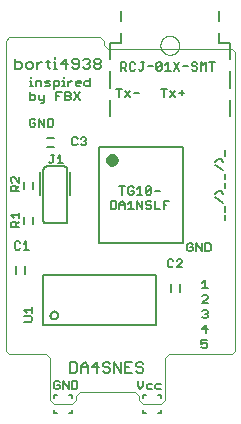
<source format=gto>
G75*
%MOIN*%
%OFA0B0*%
%FSLAX25Y25*%
%IPPOS*%
%LPD*%
%AMOC8*
5,1,8,0,0,1.08239X$1,22.5*
%
%ADD10C,0.00000*%
%ADD11C,0.00500*%
%ADD12C,0.00600*%
%ADD13C,0.00800*%
%ADD14C,0.02100*%
D10*
X0009487Y0021562D02*
X0021674Y0021562D01*
X0022924Y0020313D01*
X0022924Y0006250D01*
X0024174Y0005000D01*
X0030424Y0005000D01*
X0031674Y0006250D01*
X0031674Y0007812D01*
X0032924Y0009063D01*
X0051362Y0009063D01*
X0052612Y0007812D01*
X0052612Y0006250D01*
X0053862Y0005000D01*
X0060112Y0005000D01*
X0061362Y0006250D01*
X0061362Y0020313D01*
X0062612Y0021562D01*
X0083549Y0021562D01*
X0084799Y0022812D01*
X0084799Y0122187D01*
X0083549Y0123437D01*
X0042299Y0123437D01*
X0041049Y0124687D01*
X0041049Y0125937D01*
X0039799Y0127187D01*
X0009487Y0127187D01*
X0008237Y0125937D01*
X0008237Y0022812D01*
X0009487Y0021562D01*
X0059774Y0124560D02*
X0059776Y0124672D01*
X0059782Y0124783D01*
X0059792Y0124895D01*
X0059806Y0125006D01*
X0059823Y0125116D01*
X0059845Y0125226D01*
X0059871Y0125335D01*
X0059900Y0125443D01*
X0059933Y0125549D01*
X0059970Y0125655D01*
X0060011Y0125759D01*
X0060056Y0125862D01*
X0060104Y0125963D01*
X0060155Y0126062D01*
X0060210Y0126159D01*
X0060269Y0126254D01*
X0060330Y0126348D01*
X0060395Y0126439D01*
X0060464Y0126527D01*
X0060535Y0126613D01*
X0060609Y0126697D01*
X0060687Y0126777D01*
X0060767Y0126855D01*
X0060850Y0126931D01*
X0060935Y0127003D01*
X0061023Y0127072D01*
X0061113Y0127138D01*
X0061206Y0127200D01*
X0061301Y0127260D01*
X0061398Y0127316D01*
X0061496Y0127368D01*
X0061597Y0127417D01*
X0061699Y0127462D01*
X0061803Y0127504D01*
X0061908Y0127542D01*
X0062015Y0127576D01*
X0062122Y0127606D01*
X0062231Y0127633D01*
X0062340Y0127655D01*
X0062451Y0127674D01*
X0062561Y0127689D01*
X0062673Y0127700D01*
X0062784Y0127707D01*
X0062896Y0127710D01*
X0063008Y0127709D01*
X0063120Y0127704D01*
X0063231Y0127695D01*
X0063342Y0127682D01*
X0063453Y0127665D01*
X0063563Y0127645D01*
X0063672Y0127620D01*
X0063780Y0127592D01*
X0063887Y0127559D01*
X0063993Y0127523D01*
X0064097Y0127483D01*
X0064200Y0127440D01*
X0064302Y0127393D01*
X0064401Y0127342D01*
X0064499Y0127288D01*
X0064595Y0127230D01*
X0064689Y0127169D01*
X0064780Y0127105D01*
X0064869Y0127038D01*
X0064956Y0126967D01*
X0065040Y0126893D01*
X0065122Y0126817D01*
X0065200Y0126737D01*
X0065276Y0126655D01*
X0065349Y0126570D01*
X0065419Y0126483D01*
X0065485Y0126393D01*
X0065549Y0126301D01*
X0065609Y0126207D01*
X0065666Y0126111D01*
X0065719Y0126012D01*
X0065769Y0125912D01*
X0065815Y0125811D01*
X0065858Y0125707D01*
X0065897Y0125602D01*
X0065932Y0125496D01*
X0065963Y0125389D01*
X0065991Y0125280D01*
X0066014Y0125171D01*
X0066034Y0125061D01*
X0066050Y0124950D01*
X0066062Y0124839D01*
X0066070Y0124728D01*
X0066074Y0124616D01*
X0066074Y0124504D01*
X0066070Y0124392D01*
X0066062Y0124281D01*
X0066050Y0124170D01*
X0066034Y0124059D01*
X0066014Y0123949D01*
X0065991Y0123840D01*
X0065963Y0123731D01*
X0065932Y0123624D01*
X0065897Y0123518D01*
X0065858Y0123413D01*
X0065815Y0123309D01*
X0065769Y0123208D01*
X0065719Y0123108D01*
X0065666Y0123009D01*
X0065609Y0122913D01*
X0065549Y0122819D01*
X0065485Y0122727D01*
X0065419Y0122637D01*
X0065349Y0122550D01*
X0065276Y0122465D01*
X0065200Y0122383D01*
X0065122Y0122303D01*
X0065040Y0122227D01*
X0064956Y0122153D01*
X0064869Y0122082D01*
X0064780Y0122015D01*
X0064689Y0121951D01*
X0064595Y0121890D01*
X0064499Y0121832D01*
X0064401Y0121778D01*
X0064302Y0121727D01*
X0064200Y0121680D01*
X0064097Y0121637D01*
X0063993Y0121597D01*
X0063887Y0121561D01*
X0063780Y0121528D01*
X0063672Y0121500D01*
X0063563Y0121475D01*
X0063453Y0121455D01*
X0063342Y0121438D01*
X0063231Y0121425D01*
X0063120Y0121416D01*
X0063008Y0121411D01*
X0062896Y0121410D01*
X0062784Y0121413D01*
X0062673Y0121420D01*
X0062561Y0121431D01*
X0062451Y0121446D01*
X0062340Y0121465D01*
X0062231Y0121487D01*
X0062122Y0121514D01*
X0062015Y0121544D01*
X0061908Y0121578D01*
X0061803Y0121616D01*
X0061699Y0121658D01*
X0061597Y0121703D01*
X0061496Y0121752D01*
X0061398Y0121804D01*
X0061301Y0121860D01*
X0061206Y0121920D01*
X0061113Y0121982D01*
X0061023Y0122048D01*
X0060935Y0122117D01*
X0060850Y0122189D01*
X0060767Y0122265D01*
X0060687Y0122343D01*
X0060609Y0122423D01*
X0060535Y0122507D01*
X0060464Y0122593D01*
X0060395Y0122681D01*
X0060330Y0122772D01*
X0060269Y0122866D01*
X0060210Y0122961D01*
X0060155Y0123058D01*
X0060104Y0123157D01*
X0060056Y0123258D01*
X0060011Y0123361D01*
X0059970Y0123465D01*
X0059933Y0123571D01*
X0059900Y0123677D01*
X0059871Y0123785D01*
X0059845Y0123894D01*
X0059823Y0124004D01*
X0059806Y0124114D01*
X0059792Y0124225D01*
X0059782Y0124337D01*
X0059776Y0124448D01*
X0059774Y0124560D01*
D11*
X0059793Y0118852D02*
X0058893Y0118852D01*
X0058442Y0118402D01*
X0058442Y0116600D01*
X0060244Y0118402D01*
X0060244Y0116600D01*
X0059793Y0116150D01*
X0058893Y0116150D01*
X0058442Y0116600D01*
X0057297Y0117501D02*
X0055496Y0117501D01*
X0054351Y0118852D02*
X0053450Y0118852D01*
X0053900Y0118852D02*
X0053900Y0116600D01*
X0053450Y0116150D01*
X0052999Y0116150D01*
X0052549Y0116600D01*
X0051404Y0116600D02*
X0050954Y0116150D01*
X0050053Y0116150D01*
X0049603Y0116600D01*
X0049603Y0118402D01*
X0050053Y0118852D01*
X0050954Y0118852D01*
X0051404Y0118402D01*
X0048458Y0118402D02*
X0048458Y0117501D01*
X0048007Y0117051D01*
X0046656Y0117051D01*
X0047557Y0117051D02*
X0048458Y0116150D01*
X0046656Y0116150D02*
X0046656Y0118852D01*
X0048007Y0118852D01*
X0048458Y0118402D01*
X0046851Y0110140D02*
X0045049Y0110140D01*
X0045950Y0110140D02*
X0045950Y0107437D01*
X0047996Y0107437D02*
X0049797Y0109239D01*
X0050942Y0108789D02*
X0052744Y0108789D01*
X0049797Y0107437D02*
X0047996Y0109239D01*
X0036271Y0110987D02*
X0034920Y0110987D01*
X0034470Y0111438D01*
X0034470Y0112339D01*
X0034920Y0112789D01*
X0036271Y0112789D01*
X0036271Y0113690D02*
X0036271Y0110987D01*
X0033325Y0111888D02*
X0031523Y0111888D01*
X0031523Y0111438D02*
X0031523Y0112339D01*
X0031973Y0112789D01*
X0032874Y0112789D01*
X0033325Y0112339D01*
X0033325Y0111888D01*
X0032874Y0110987D02*
X0031973Y0110987D01*
X0031523Y0111438D01*
X0030419Y0112789D02*
X0029968Y0112789D01*
X0029068Y0111888D01*
X0029068Y0110987D02*
X0029068Y0112789D01*
X0027554Y0112789D02*
X0027554Y0110987D01*
X0028004Y0110987D02*
X0027103Y0110987D01*
X0026941Y0108890D02*
X0025139Y0108890D01*
X0025139Y0106187D01*
X0025139Y0107539D02*
X0026040Y0107539D01*
X0024157Y0110087D02*
X0024157Y0112789D01*
X0025508Y0112789D01*
X0025958Y0112339D01*
X0025958Y0111438D01*
X0025508Y0110987D01*
X0024157Y0110987D01*
X0023012Y0111438D02*
X0022561Y0111888D01*
X0021661Y0111888D01*
X0021210Y0112339D01*
X0021661Y0112789D01*
X0023012Y0112789D01*
X0023012Y0111438D02*
X0022561Y0110987D01*
X0021210Y0110987D01*
X0020065Y0110987D02*
X0020065Y0112339D01*
X0019615Y0112789D01*
X0018264Y0112789D01*
X0018264Y0110987D01*
X0017200Y0110987D02*
X0016299Y0110987D01*
X0016750Y0110987D02*
X0016750Y0112789D01*
X0016299Y0112789D01*
X0016750Y0113690D02*
X0016750Y0114140D01*
X0016299Y0108890D02*
X0016299Y0106187D01*
X0017651Y0106187D01*
X0018101Y0106638D01*
X0018101Y0107539D01*
X0017651Y0107989D01*
X0016299Y0107989D01*
X0019246Y0107989D02*
X0019246Y0106638D01*
X0019696Y0106187D01*
X0021047Y0106187D01*
X0021047Y0105737D02*
X0020597Y0105287D01*
X0020147Y0105287D01*
X0021047Y0105737D02*
X0021047Y0107989D01*
X0021047Y0100140D02*
X0021047Y0097437D01*
X0019246Y0100140D01*
X0019246Y0097437D01*
X0018101Y0097888D02*
X0018101Y0098789D01*
X0017200Y0098789D01*
X0016299Y0099689D02*
X0016299Y0097888D01*
X0016750Y0097437D01*
X0017651Y0097437D01*
X0018101Y0097888D01*
X0018101Y0099689D02*
X0017651Y0100140D01*
X0016750Y0100140D01*
X0016299Y0099689D01*
X0022192Y0100140D02*
X0022192Y0097437D01*
X0023544Y0097437D01*
X0023994Y0097888D01*
X0023994Y0099689D01*
X0023544Y0100140D01*
X0022192Y0100140D01*
X0028085Y0106187D02*
X0028085Y0108890D01*
X0029437Y0108890D01*
X0029887Y0108439D01*
X0029887Y0107989D01*
X0029437Y0107539D01*
X0028085Y0107539D01*
X0028085Y0106187D02*
X0029437Y0106187D01*
X0029887Y0106638D01*
X0029887Y0107088D01*
X0029437Y0107539D01*
X0031032Y0108890D02*
X0032834Y0106187D01*
X0031032Y0106187D02*
X0032834Y0108890D01*
X0027554Y0112789D02*
X0027103Y0112789D01*
X0027554Y0113690D02*
X0027554Y0114140D01*
X0030812Y0093890D02*
X0030362Y0093439D01*
X0030362Y0091638D01*
X0030812Y0091187D01*
X0031713Y0091187D01*
X0032163Y0091638D01*
X0033308Y0091638D02*
X0033759Y0091187D01*
X0034660Y0091187D01*
X0035110Y0091638D01*
X0035110Y0092088D01*
X0034660Y0092539D01*
X0034209Y0092539D01*
X0034660Y0092539D02*
X0035110Y0092989D01*
X0035110Y0093439D01*
X0034660Y0093890D01*
X0033759Y0093890D01*
X0033308Y0093439D01*
X0032163Y0093439D02*
X0031713Y0093890D01*
X0030812Y0093890D01*
X0026397Y0087952D02*
X0026397Y0085250D01*
X0027297Y0085250D02*
X0025496Y0085250D01*
X0025496Y0087052D02*
X0026397Y0087952D01*
X0024351Y0087952D02*
X0023450Y0087952D01*
X0023901Y0087952D02*
X0023901Y0085700D01*
X0023450Y0085250D01*
X0023000Y0085250D01*
X0022549Y0085700D01*
X0012674Y0080623D02*
X0012674Y0078822D01*
X0010873Y0080623D01*
X0010422Y0080623D01*
X0009972Y0080173D01*
X0009972Y0079272D01*
X0010422Y0078822D01*
X0010422Y0077677D02*
X0009972Y0077226D01*
X0009972Y0075875D01*
X0012674Y0075875D01*
X0011774Y0075875D02*
X0011774Y0077226D01*
X0011323Y0077677D01*
X0010422Y0077677D01*
X0011774Y0076776D02*
X0012674Y0077677D01*
X0012674Y0068748D02*
X0012674Y0066947D01*
X0012674Y0067847D02*
X0009972Y0067847D01*
X0010873Y0066947D01*
X0010422Y0065802D02*
X0011323Y0065802D01*
X0011774Y0065351D01*
X0011774Y0064000D01*
X0012674Y0064000D02*
X0009972Y0064000D01*
X0009972Y0065351D01*
X0010422Y0065802D01*
X0011774Y0064901D02*
X0012674Y0065802D01*
X0012651Y0059202D02*
X0011750Y0059202D01*
X0011299Y0058752D01*
X0011299Y0056950D01*
X0011750Y0056500D01*
X0012651Y0056500D01*
X0013101Y0056950D01*
X0014246Y0056500D02*
X0016047Y0056500D01*
X0015147Y0056500D02*
X0015147Y0059202D01*
X0014246Y0058302D01*
X0013101Y0058752D02*
X0012651Y0059202D01*
X0017049Y0037186D02*
X0017049Y0035384D01*
X0017049Y0036285D02*
X0014347Y0036285D01*
X0015248Y0035384D01*
X0014347Y0034239D02*
X0016599Y0034239D01*
X0017049Y0033789D01*
X0017049Y0032888D01*
X0016599Y0032437D01*
X0014347Y0032437D01*
X0024875Y0012640D02*
X0024424Y0012189D01*
X0024424Y0010388D01*
X0024875Y0009938D01*
X0025776Y0009938D01*
X0026226Y0010388D01*
X0026226Y0011289D01*
X0025325Y0011289D01*
X0026226Y0012189D02*
X0025776Y0012640D01*
X0024875Y0012640D01*
X0027371Y0012640D02*
X0027371Y0009938D01*
X0029172Y0009938D02*
X0027371Y0012640D01*
X0029172Y0012640D02*
X0029172Y0009938D01*
X0030317Y0009938D02*
X0031669Y0009938D01*
X0032119Y0010388D01*
X0032119Y0012189D01*
X0031669Y0012640D01*
X0030317Y0012640D01*
X0030317Y0009938D01*
X0052237Y0010838D02*
X0053138Y0009938D01*
X0054038Y0010838D01*
X0054038Y0012640D01*
X0055183Y0011289D02*
X0055183Y0010388D01*
X0055634Y0009938D01*
X0056985Y0009938D01*
X0058130Y0010388D02*
X0058130Y0011289D01*
X0058580Y0011739D01*
X0059931Y0011739D01*
X0059931Y0009938D02*
X0058580Y0009938D01*
X0058130Y0010388D01*
X0056985Y0011739D02*
X0055634Y0011739D01*
X0055183Y0011289D01*
X0052237Y0010838D02*
X0052237Y0012640D01*
X0073487Y0024138D02*
X0073937Y0023687D01*
X0074838Y0023687D01*
X0075288Y0024138D01*
X0075288Y0025039D01*
X0074838Y0025489D01*
X0074388Y0025489D01*
X0073487Y0025039D01*
X0073487Y0026390D01*
X0075288Y0026390D01*
X0075151Y0028687D02*
X0075151Y0031390D01*
X0073799Y0030039D01*
X0075601Y0030039D01*
X0075151Y0033688D02*
X0074250Y0033688D01*
X0073799Y0034138D01*
X0074700Y0035039D02*
X0075151Y0035039D01*
X0075601Y0034588D01*
X0075601Y0034138D01*
X0075151Y0033688D01*
X0075151Y0035039D02*
X0075601Y0035489D01*
X0075601Y0035939D01*
X0075151Y0036390D01*
X0074250Y0036390D01*
X0073799Y0035939D01*
X0073799Y0038688D02*
X0075601Y0040489D01*
X0075601Y0040939D01*
X0075151Y0041390D01*
X0074250Y0041390D01*
X0073799Y0040939D01*
X0073799Y0038688D02*
X0075601Y0038688D01*
X0075601Y0043687D02*
X0073799Y0043687D01*
X0074700Y0043687D02*
X0074700Y0046390D01*
X0073799Y0045489D01*
X0073547Y0055875D02*
X0073547Y0058577D01*
X0074692Y0058577D02*
X0076044Y0058577D01*
X0076494Y0058127D01*
X0076494Y0056325D01*
X0076044Y0055875D01*
X0074692Y0055875D01*
X0074692Y0058577D01*
X0073547Y0055875D02*
X0071746Y0058577D01*
X0071746Y0055875D01*
X0070601Y0056325D02*
X0070151Y0055875D01*
X0069250Y0055875D01*
X0068799Y0056325D01*
X0068799Y0058127D01*
X0069250Y0058577D01*
X0070151Y0058577D01*
X0070601Y0058127D01*
X0070601Y0057226D02*
X0069700Y0057226D01*
X0070601Y0057226D02*
X0070601Y0056325D01*
X0067237Y0058687D02*
X0039237Y0058687D01*
X0039237Y0090687D01*
X0067237Y0090687D01*
X0067237Y0058687D01*
X0066535Y0053265D02*
X0065634Y0053265D01*
X0065183Y0052814D01*
X0066535Y0053265D02*
X0066985Y0052814D01*
X0066985Y0052364D01*
X0065183Y0050562D01*
X0066985Y0050562D01*
X0064038Y0051013D02*
X0063588Y0050562D01*
X0062687Y0050562D01*
X0062237Y0051013D01*
X0062237Y0052814D01*
X0062687Y0053265D01*
X0063588Y0053265D01*
X0064038Y0052814D01*
X0060853Y0070000D02*
X0060853Y0072702D01*
X0062655Y0072702D01*
X0061754Y0071351D02*
X0060853Y0071351D01*
X0059708Y0070000D02*
X0057907Y0070000D01*
X0057907Y0072702D01*
X0056762Y0072252D02*
X0056311Y0072702D01*
X0055411Y0072702D01*
X0054960Y0072252D01*
X0054960Y0071802D01*
X0055411Y0071351D01*
X0056311Y0071351D01*
X0056762Y0070901D01*
X0056762Y0070450D01*
X0056311Y0070000D01*
X0055411Y0070000D01*
X0054960Y0070450D01*
X0053815Y0070000D02*
X0053815Y0072702D01*
X0052014Y0072702D02*
X0053815Y0070000D01*
X0052014Y0070000D02*
X0052014Y0072702D01*
X0050869Y0070000D02*
X0049067Y0070000D01*
X0049968Y0070000D02*
X0049968Y0072702D01*
X0049067Y0071802D01*
X0047922Y0071802D02*
X0047922Y0070000D01*
X0047922Y0071351D02*
X0046121Y0071351D01*
X0046121Y0071802D02*
X0046121Y0070000D01*
X0044976Y0070450D02*
X0044976Y0072252D01*
X0044525Y0072702D01*
X0043174Y0072702D01*
X0043174Y0070000D01*
X0044525Y0070000D01*
X0044976Y0070450D01*
X0046121Y0071802D02*
X0047021Y0072702D01*
X0047922Y0071802D01*
X0047021Y0074800D02*
X0047021Y0077502D01*
X0046121Y0077502D02*
X0047922Y0077502D01*
X0049067Y0077052D02*
X0049067Y0075250D01*
X0049518Y0074800D01*
X0050418Y0074800D01*
X0050869Y0075250D01*
X0050869Y0076151D01*
X0049968Y0076151D01*
X0050869Y0077052D02*
X0050418Y0077502D01*
X0049518Y0077502D01*
X0049067Y0077052D01*
X0052014Y0076602D02*
X0052914Y0077502D01*
X0052914Y0074800D01*
X0052014Y0074800D02*
X0053815Y0074800D01*
X0054960Y0075250D02*
X0054960Y0077052D01*
X0055411Y0077502D01*
X0056311Y0077502D01*
X0056762Y0077052D01*
X0054960Y0075250D01*
X0055411Y0074800D01*
X0056311Y0074800D01*
X0056762Y0075250D01*
X0056762Y0077052D01*
X0057907Y0076151D02*
X0059708Y0076151D01*
X0078097Y0075027D02*
X0078998Y0075928D01*
X0079899Y0075928D01*
X0080799Y0075027D01*
X0081250Y0076991D02*
X0081250Y0078793D01*
X0081250Y0079938D02*
X0081250Y0081739D01*
X0080799Y0082884D02*
X0078097Y0084686D01*
X0078097Y0085831D02*
X0078998Y0086732D01*
X0079899Y0086732D01*
X0080799Y0085831D01*
X0081250Y0087795D02*
X0081250Y0089597D01*
X0078097Y0073882D02*
X0080799Y0072081D01*
X0081250Y0070936D02*
X0081250Y0069134D01*
X0081250Y0067989D02*
X0081250Y0066188D01*
X0066843Y0107888D02*
X0066843Y0109689D01*
X0065942Y0108789D02*
X0067744Y0108789D01*
X0064797Y0109239D02*
X0062996Y0107437D01*
X0064797Y0107437D02*
X0062996Y0109239D01*
X0061851Y0110140D02*
X0060049Y0110140D01*
X0060950Y0110140D02*
X0060950Y0107437D01*
X0061389Y0116150D02*
X0063190Y0116150D01*
X0062289Y0116150D02*
X0062289Y0118852D01*
X0061389Y0117952D01*
X0060244Y0118402D02*
X0059793Y0118852D01*
X0064335Y0118852D02*
X0066137Y0116150D01*
X0067282Y0117501D02*
X0069083Y0117501D01*
X0070228Y0117952D02*
X0070228Y0118402D01*
X0070679Y0118852D01*
X0071579Y0118852D01*
X0072030Y0118402D01*
X0071579Y0117501D02*
X0072030Y0117051D01*
X0072030Y0116600D01*
X0071579Y0116150D01*
X0070679Y0116150D01*
X0070228Y0116600D01*
X0070679Y0117501D02*
X0071579Y0117501D01*
X0070679Y0117501D02*
X0070228Y0117952D01*
X0073175Y0118852D02*
X0073175Y0116150D01*
X0074075Y0117952D02*
X0074976Y0118852D01*
X0074976Y0116150D01*
X0074075Y0117952D02*
X0073175Y0118852D01*
X0076121Y0118852D02*
X0077923Y0118852D01*
X0077022Y0118852D02*
X0077022Y0116150D01*
X0066137Y0118852D02*
X0064335Y0116150D01*
D12*
X0079263Y0125347D02*
X0079263Y0128674D01*
X0079263Y0125347D02*
X0082924Y0125347D01*
X0082924Y0119835D01*
X0082924Y0115898D02*
X0082924Y0110386D01*
X0082924Y0106449D02*
X0082924Y0100937D01*
X0079263Y0132611D02*
X0079263Y0135938D01*
X0046586Y0135938D02*
X0046586Y0132611D01*
X0046586Y0128674D02*
X0046586Y0125347D01*
X0042924Y0125347D01*
X0042924Y0119835D01*
X0042924Y0115898D02*
X0042924Y0110386D01*
X0042924Y0106449D02*
X0042924Y0100937D01*
X0039407Y0116737D02*
X0038273Y0116737D01*
X0037706Y0117305D01*
X0037706Y0117872D01*
X0038273Y0118439D01*
X0039407Y0118439D01*
X0039974Y0117872D01*
X0039974Y0117305D01*
X0039407Y0116737D01*
X0039407Y0118439D02*
X0039974Y0119006D01*
X0039974Y0119573D01*
X0039407Y0120140D01*
X0038273Y0120140D01*
X0037706Y0119573D01*
X0037706Y0119006D01*
X0038273Y0118439D01*
X0036291Y0119006D02*
X0035724Y0118439D01*
X0036291Y0117872D01*
X0036291Y0117305D01*
X0035724Y0116737D01*
X0034590Y0116737D01*
X0034023Y0117305D01*
X0032608Y0117305D02*
X0032608Y0119573D01*
X0032041Y0120140D01*
X0030907Y0120140D01*
X0030339Y0119573D01*
X0030339Y0119006D01*
X0030907Y0118439D01*
X0032608Y0118439D01*
X0032608Y0117305D02*
X0032041Y0116737D01*
X0030907Y0116737D01*
X0030339Y0117305D01*
X0028925Y0118439D02*
X0026656Y0118439D01*
X0028358Y0120140D01*
X0028358Y0116737D01*
X0025335Y0116737D02*
X0024201Y0116737D01*
X0024768Y0116737D02*
X0024768Y0119006D01*
X0024201Y0119006D01*
X0024768Y0120140D02*
X0024768Y0120708D01*
X0022880Y0119006D02*
X0021745Y0119006D01*
X0022313Y0119573D02*
X0022313Y0117305D01*
X0022880Y0116737D01*
X0020378Y0119006D02*
X0019810Y0119006D01*
X0018676Y0117872D01*
X0018676Y0119006D02*
X0018676Y0116737D01*
X0017262Y0117305D02*
X0017262Y0118439D01*
X0016694Y0119006D01*
X0015560Y0119006D01*
X0014993Y0118439D01*
X0014993Y0117305D01*
X0015560Y0116737D01*
X0016694Y0116737D01*
X0017262Y0117305D01*
X0013578Y0117305D02*
X0013578Y0118439D01*
X0013011Y0119006D01*
X0011310Y0119006D01*
X0011310Y0120140D02*
X0011310Y0116737D01*
X0013011Y0116737D01*
X0013578Y0117305D01*
X0021987Y0093750D02*
X0024487Y0093750D01*
X0024487Y0090625D02*
X0021987Y0090625D01*
X0021799Y0084188D02*
X0027799Y0084188D01*
X0027859Y0084186D01*
X0027920Y0084181D01*
X0027979Y0084172D01*
X0028038Y0084159D01*
X0028097Y0084143D01*
X0028154Y0084123D01*
X0028209Y0084100D01*
X0028264Y0084073D01*
X0028316Y0084044D01*
X0028367Y0084011D01*
X0028416Y0083975D01*
X0028462Y0083937D01*
X0028506Y0083895D01*
X0028548Y0083851D01*
X0028586Y0083805D01*
X0028622Y0083756D01*
X0028655Y0083705D01*
X0028684Y0083653D01*
X0028711Y0083598D01*
X0028734Y0083543D01*
X0028754Y0083486D01*
X0028770Y0083427D01*
X0028783Y0083368D01*
X0028792Y0083309D01*
X0028797Y0083248D01*
X0028799Y0083188D01*
X0028799Y0066188D01*
X0028797Y0066128D01*
X0028792Y0066067D01*
X0028783Y0066008D01*
X0028770Y0065949D01*
X0028754Y0065890D01*
X0028734Y0065833D01*
X0028711Y0065778D01*
X0028684Y0065723D01*
X0028655Y0065671D01*
X0028622Y0065620D01*
X0028586Y0065571D01*
X0028548Y0065525D01*
X0028506Y0065481D01*
X0028462Y0065439D01*
X0028416Y0065401D01*
X0028367Y0065365D01*
X0028316Y0065332D01*
X0028264Y0065303D01*
X0028209Y0065276D01*
X0028154Y0065253D01*
X0028097Y0065233D01*
X0028038Y0065217D01*
X0027979Y0065204D01*
X0027920Y0065195D01*
X0027859Y0065190D01*
X0027799Y0065188D01*
X0027799Y0065187D02*
X0021799Y0065187D01*
X0021799Y0065188D02*
X0021739Y0065190D01*
X0021678Y0065195D01*
X0021619Y0065204D01*
X0021560Y0065217D01*
X0021501Y0065233D01*
X0021444Y0065253D01*
X0021389Y0065276D01*
X0021334Y0065303D01*
X0021282Y0065332D01*
X0021231Y0065365D01*
X0021182Y0065401D01*
X0021136Y0065439D01*
X0021092Y0065481D01*
X0021050Y0065525D01*
X0021012Y0065571D01*
X0020976Y0065620D01*
X0020943Y0065671D01*
X0020914Y0065723D01*
X0020887Y0065778D01*
X0020864Y0065833D01*
X0020844Y0065890D01*
X0020828Y0065949D01*
X0020815Y0066008D01*
X0020806Y0066067D01*
X0020801Y0066128D01*
X0020799Y0066188D01*
X0020799Y0083188D01*
X0020801Y0083248D01*
X0020806Y0083309D01*
X0020815Y0083368D01*
X0020828Y0083427D01*
X0020844Y0083486D01*
X0020864Y0083543D01*
X0020887Y0083598D01*
X0020914Y0083653D01*
X0020943Y0083705D01*
X0020976Y0083756D01*
X0021012Y0083805D01*
X0021050Y0083851D01*
X0021092Y0083895D01*
X0021136Y0083937D01*
X0021182Y0083975D01*
X0021231Y0084011D01*
X0021282Y0084044D01*
X0021334Y0084073D01*
X0021389Y0084100D01*
X0021444Y0084123D01*
X0021501Y0084143D01*
X0021560Y0084159D01*
X0021619Y0084172D01*
X0021678Y0084181D01*
X0021739Y0084186D01*
X0021799Y0084188D01*
X0019799Y0082188D02*
X0019799Y0074688D01*
X0017299Y0076563D02*
X0017299Y0079063D01*
X0014174Y0079063D02*
X0014174Y0076563D01*
X0014174Y0067500D02*
X0014174Y0065000D01*
X0017299Y0065000D02*
X0017299Y0067500D01*
X0014799Y0050937D02*
X0014799Y0048437D01*
X0011674Y0048437D02*
X0011674Y0050937D01*
X0029799Y0074688D02*
X0029799Y0082188D01*
X0035157Y0118439D02*
X0035724Y0118439D01*
X0036291Y0119006D02*
X0036291Y0119573D01*
X0035724Y0120140D01*
X0034590Y0120140D01*
X0034023Y0119573D01*
X0063237Y0045000D02*
X0063237Y0042500D01*
X0066362Y0042500D02*
X0066362Y0045000D01*
X0053509Y0018890D02*
X0052374Y0018890D01*
X0051807Y0018323D01*
X0051807Y0017756D01*
X0052374Y0017189D01*
X0053509Y0017189D01*
X0054076Y0016622D01*
X0054076Y0016055D01*
X0053509Y0015487D01*
X0052374Y0015487D01*
X0051807Y0016055D01*
X0050393Y0015487D02*
X0048124Y0015487D01*
X0048124Y0018890D01*
X0050393Y0018890D01*
X0049258Y0017189D02*
X0048124Y0017189D01*
X0046710Y0018890D02*
X0046710Y0015487D01*
X0044441Y0018890D01*
X0044441Y0015487D01*
X0043026Y0016055D02*
X0043026Y0016622D01*
X0042459Y0017189D01*
X0041325Y0017189D01*
X0040758Y0017756D01*
X0040758Y0018323D01*
X0041325Y0018890D01*
X0042459Y0018890D01*
X0043026Y0018323D01*
X0043026Y0016055D02*
X0042459Y0015487D01*
X0041325Y0015487D01*
X0040758Y0016055D01*
X0039343Y0017189D02*
X0037075Y0017189D01*
X0038776Y0018890D01*
X0038776Y0015487D01*
X0035660Y0015487D02*
X0035660Y0017756D01*
X0034526Y0018890D01*
X0033392Y0017756D01*
X0033392Y0015487D01*
X0031977Y0016055D02*
X0031977Y0018323D01*
X0031410Y0018890D01*
X0029708Y0018890D01*
X0029708Y0015487D01*
X0031410Y0015487D01*
X0031977Y0016055D01*
X0033392Y0017189D02*
X0035660Y0017189D01*
X0030299Y0008000D02*
X0029299Y0008000D01*
X0030299Y0008000D02*
X0030299Y0007000D01*
X0030299Y0003000D02*
X0030299Y0002000D01*
X0029299Y0002000D01*
X0025299Y0002000D02*
X0024299Y0002000D01*
X0024299Y0003000D01*
X0024299Y0007000D02*
X0024299Y0008000D01*
X0025299Y0008000D01*
X0053509Y0018890D02*
X0054076Y0018323D01*
X0053987Y0008000D02*
X0053987Y0007000D01*
X0053987Y0008000D02*
X0054987Y0008000D01*
X0053987Y0003000D02*
X0053987Y0002000D01*
X0054987Y0002000D01*
X0058987Y0002000D02*
X0059987Y0002000D01*
X0059987Y0003000D01*
X0059987Y0007000D02*
X0059987Y0008000D01*
X0058987Y0008000D01*
D13*
X0058385Y0031223D02*
X0020589Y0031223D01*
X0020589Y0048152D01*
X0058385Y0048152D01*
X0058385Y0031223D01*
X0023148Y0034569D02*
X0023150Y0034640D01*
X0023156Y0034711D01*
X0023166Y0034782D01*
X0023180Y0034851D01*
X0023197Y0034920D01*
X0023219Y0034988D01*
X0023244Y0035055D01*
X0023273Y0035120D01*
X0023305Y0035183D01*
X0023341Y0035245D01*
X0023380Y0035304D01*
X0023423Y0035361D01*
X0023468Y0035416D01*
X0023517Y0035468D01*
X0023568Y0035517D01*
X0023622Y0035563D01*
X0023679Y0035607D01*
X0023737Y0035647D01*
X0023798Y0035683D01*
X0023861Y0035717D01*
X0023926Y0035746D01*
X0023992Y0035772D01*
X0024060Y0035795D01*
X0024128Y0035813D01*
X0024198Y0035828D01*
X0024268Y0035839D01*
X0024339Y0035846D01*
X0024410Y0035849D01*
X0024481Y0035848D01*
X0024552Y0035843D01*
X0024623Y0035834D01*
X0024693Y0035821D01*
X0024762Y0035805D01*
X0024830Y0035784D01*
X0024897Y0035760D01*
X0024963Y0035732D01*
X0025026Y0035700D01*
X0025088Y0035665D01*
X0025148Y0035627D01*
X0025206Y0035585D01*
X0025261Y0035541D01*
X0025314Y0035493D01*
X0025364Y0035442D01*
X0025411Y0035389D01*
X0025455Y0035333D01*
X0025496Y0035275D01*
X0025534Y0035214D01*
X0025568Y0035152D01*
X0025598Y0035087D01*
X0025625Y0035022D01*
X0025649Y0034954D01*
X0025668Y0034886D01*
X0025684Y0034817D01*
X0025696Y0034746D01*
X0025704Y0034676D01*
X0025708Y0034605D01*
X0025708Y0034533D01*
X0025704Y0034462D01*
X0025696Y0034392D01*
X0025684Y0034321D01*
X0025668Y0034252D01*
X0025649Y0034184D01*
X0025625Y0034116D01*
X0025598Y0034051D01*
X0025568Y0033986D01*
X0025534Y0033924D01*
X0025496Y0033863D01*
X0025455Y0033805D01*
X0025411Y0033749D01*
X0025364Y0033696D01*
X0025314Y0033645D01*
X0025261Y0033597D01*
X0025206Y0033553D01*
X0025148Y0033511D01*
X0025088Y0033473D01*
X0025026Y0033438D01*
X0024963Y0033406D01*
X0024897Y0033378D01*
X0024830Y0033354D01*
X0024762Y0033333D01*
X0024693Y0033317D01*
X0024623Y0033304D01*
X0024552Y0033295D01*
X0024481Y0033290D01*
X0024410Y0033289D01*
X0024339Y0033292D01*
X0024268Y0033299D01*
X0024198Y0033310D01*
X0024128Y0033325D01*
X0024060Y0033343D01*
X0023992Y0033366D01*
X0023926Y0033392D01*
X0023861Y0033421D01*
X0023798Y0033455D01*
X0023737Y0033491D01*
X0023679Y0033531D01*
X0023622Y0033575D01*
X0023568Y0033621D01*
X0023517Y0033670D01*
X0023468Y0033722D01*
X0023423Y0033777D01*
X0023380Y0033834D01*
X0023341Y0033893D01*
X0023305Y0033955D01*
X0023273Y0034018D01*
X0023244Y0034083D01*
X0023219Y0034150D01*
X0023197Y0034218D01*
X0023180Y0034287D01*
X0023166Y0034356D01*
X0023156Y0034427D01*
X0023150Y0034498D01*
X0023148Y0034569D01*
D14*
X0042637Y0086188D02*
X0042639Y0086254D01*
X0042645Y0086319D01*
X0042655Y0086384D01*
X0042668Y0086449D01*
X0042686Y0086512D01*
X0042707Y0086575D01*
X0042732Y0086635D01*
X0042761Y0086695D01*
X0042793Y0086752D01*
X0042828Y0086808D01*
X0042867Y0086861D01*
X0042909Y0086912D01*
X0042953Y0086960D01*
X0043001Y0087005D01*
X0043051Y0087048D01*
X0043104Y0087087D01*
X0043159Y0087124D01*
X0043216Y0087157D01*
X0043275Y0087186D01*
X0043335Y0087212D01*
X0043397Y0087234D01*
X0043460Y0087253D01*
X0043524Y0087267D01*
X0043589Y0087278D01*
X0043655Y0087285D01*
X0043721Y0087288D01*
X0043786Y0087287D01*
X0043852Y0087282D01*
X0043917Y0087273D01*
X0043982Y0087260D01*
X0044045Y0087244D01*
X0044108Y0087224D01*
X0044169Y0087199D01*
X0044229Y0087172D01*
X0044287Y0087141D01*
X0044343Y0087106D01*
X0044397Y0087068D01*
X0044448Y0087027D01*
X0044497Y0086983D01*
X0044543Y0086936D01*
X0044587Y0086887D01*
X0044627Y0086835D01*
X0044664Y0086780D01*
X0044698Y0086724D01*
X0044728Y0086665D01*
X0044755Y0086605D01*
X0044778Y0086544D01*
X0044797Y0086481D01*
X0044813Y0086417D01*
X0044825Y0086352D01*
X0044833Y0086287D01*
X0044837Y0086221D01*
X0044837Y0086155D01*
X0044833Y0086089D01*
X0044825Y0086024D01*
X0044813Y0085959D01*
X0044797Y0085895D01*
X0044778Y0085832D01*
X0044755Y0085771D01*
X0044728Y0085711D01*
X0044698Y0085652D01*
X0044664Y0085596D01*
X0044627Y0085541D01*
X0044587Y0085489D01*
X0044543Y0085440D01*
X0044497Y0085393D01*
X0044448Y0085349D01*
X0044397Y0085308D01*
X0044343Y0085270D01*
X0044287Y0085235D01*
X0044229Y0085204D01*
X0044169Y0085177D01*
X0044108Y0085152D01*
X0044045Y0085132D01*
X0043982Y0085116D01*
X0043917Y0085103D01*
X0043852Y0085094D01*
X0043786Y0085089D01*
X0043721Y0085088D01*
X0043655Y0085091D01*
X0043589Y0085098D01*
X0043524Y0085109D01*
X0043460Y0085123D01*
X0043397Y0085142D01*
X0043335Y0085164D01*
X0043275Y0085190D01*
X0043216Y0085219D01*
X0043159Y0085252D01*
X0043104Y0085289D01*
X0043051Y0085328D01*
X0043001Y0085371D01*
X0042953Y0085416D01*
X0042909Y0085464D01*
X0042867Y0085515D01*
X0042828Y0085568D01*
X0042793Y0085624D01*
X0042761Y0085681D01*
X0042732Y0085741D01*
X0042707Y0085801D01*
X0042686Y0085864D01*
X0042668Y0085927D01*
X0042655Y0085992D01*
X0042645Y0086057D01*
X0042639Y0086122D01*
X0042637Y0086188D01*
M02*

</source>
